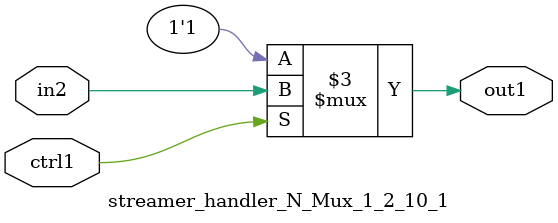
<source format=v>

`timescale 1ps / 1ps


module streamer_handler_N_Mux_1_2_10_1( in2, ctrl1, out1 );

    input in2;
    input ctrl1;
    output out1;
    reg out1;

    
    // rtl_process:streamer_handler_N_Mux_1_2_10_1/streamer_handler_N_Mux_1_2_10_1_thread_1
    always @*
      begin : streamer_handler_N_Mux_1_2_10_1_thread_1
        case (ctrl1) 
          1'b1: 
            begin
              out1 = in2;
            end
          default: 
            begin
              out1 = 1'b1;
            end
        endcase
      end

endmodule


</source>
